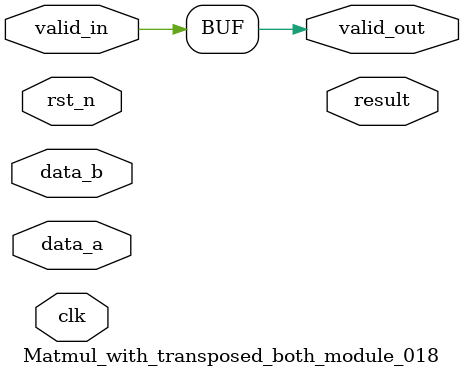
<source format=v>

module Matmul_with_transposed_both_module_018 (
    input clk,
    input rst_n,
    input valid_in,
    output valid_out,
    // Add specific ports based on operator type
    input [31:0] data_a,
    input [31:0] data_b,
    output [31:0] result
);

    // Module implementation would go here
    // This is a template - actual implementation depends on the operator
    
        // Generic operator implementation
    assign output_data = input_data; // Placeholder
    assign valid_out = valid_in;

endmodule

</source>
